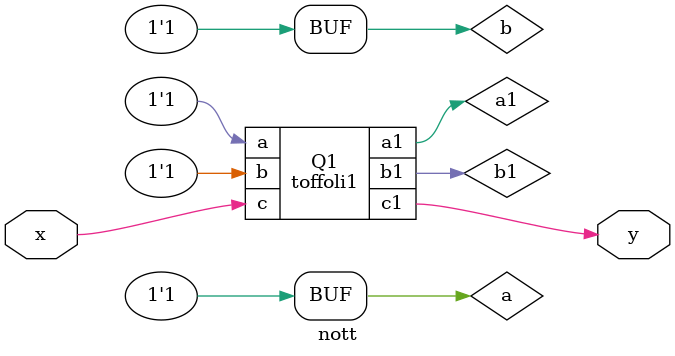
<source format=v>
module toffoli1(a,b,c,a1,b1,c1);
input a,b,c;
output a1,b1,c1;
wire t1;
buf (a1,a);
buf (b1,b);
and (t1,a,b);
xor (c1,t1,c);
endmodule

module nott(x,y);
input x;
output y;
toffoli1 Q1(a,b,x,a1,b1,y);
assign a=1;
assign b=1;
endmodule

</source>
